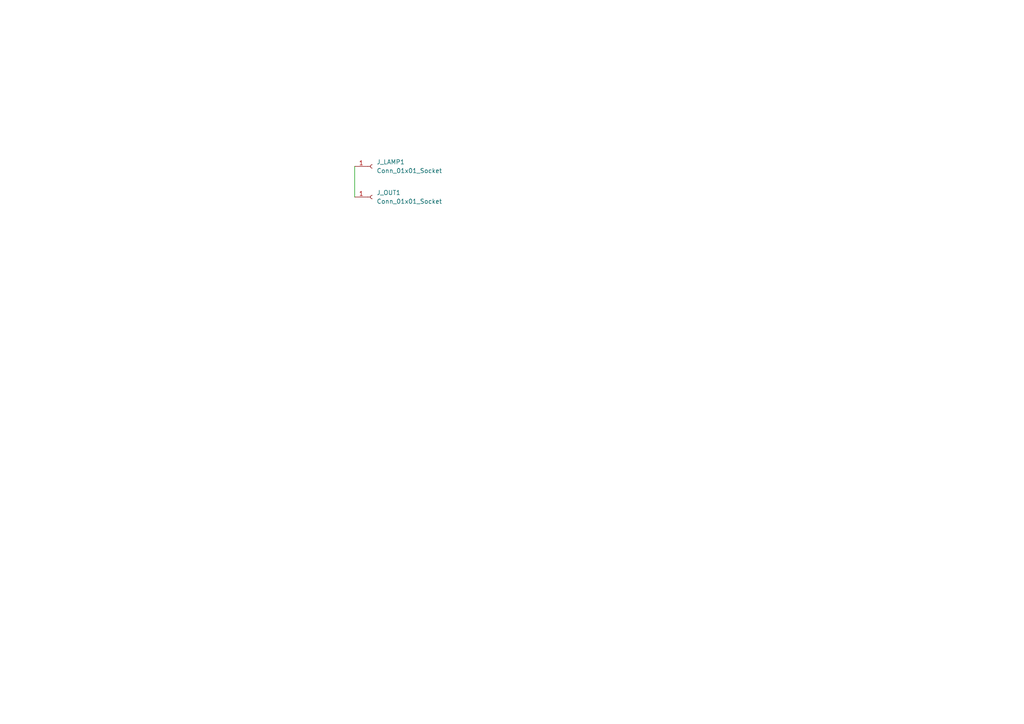
<source format=kicad_sch>
(kicad_sch (version 20231120) (generator "eeschema") (generator_version "8.0")
  (paper "A4")
  (lib_symbols
    (symbol "Connector:Conn_01x01_Socket" (pin_names (offset 1.016) hide)
      (property "Reference" "J" (at 0 2.54 0))
      (property "Value" "Conn_01x01_Socket" (at 0 -2.54 0))
      (symbol "Conn_01x01_Socket_1_1"
        (polyline (pts (xy -1.27 0) (xy -0.508 0)) (stroke (width 0.1524)))
        (arc (start 0 0.508) (mid -0.5058 0) (end 0 -0.508) (stroke (width 0.1524)))
        (pin passive line (at -5.08 0 0) (length 3.81) (name "Pin_1") (number "1"))
      )
    )
  )
  (wire (pts (xy 102.87 48.26) (xy 102.87 57.15)))
  (symbol (lib_id "Connector:Conn_01x01_Socket") (at 107.95 57.15 0) (unit 1)
    (property "Reference" "J_OUT1" (at 109.22 55.8799 0) (effects (justify left)))
    (property "Value" "Conn_01x01_Socket" (at 109.22 58.4199 0) (effects (justify left)))
    (property "Footprint" "Connector_Wire:SolderWire-2sqmm_1x01_D2mm_OD3.9mm" (effects (hide yes)))
    (property "Description" "Generic connector, single row, 01x01, script generated" (effects (hide yes)))
  )
  (symbol (lib_id "Connector:Conn_01x01_Socket") (at 107.95 48.26 0) (unit 1)
    (property "Reference" "J_LAMP1" (at 109.22 46.9899 0) (effects (justify left)))
    (property "Value" "Conn_01x01_Socket" (at 109.22 49.5299 0) (effects (justify left)))
    (property "Footprint" "Connector_Wire:SolderWirePad_1x01_SMD_5x10mm" (effects (hide yes)))
    (property "Description" "Generic connector, single row, 01x01, script generated" (effects (hide yes)))
  )
)
</source>
